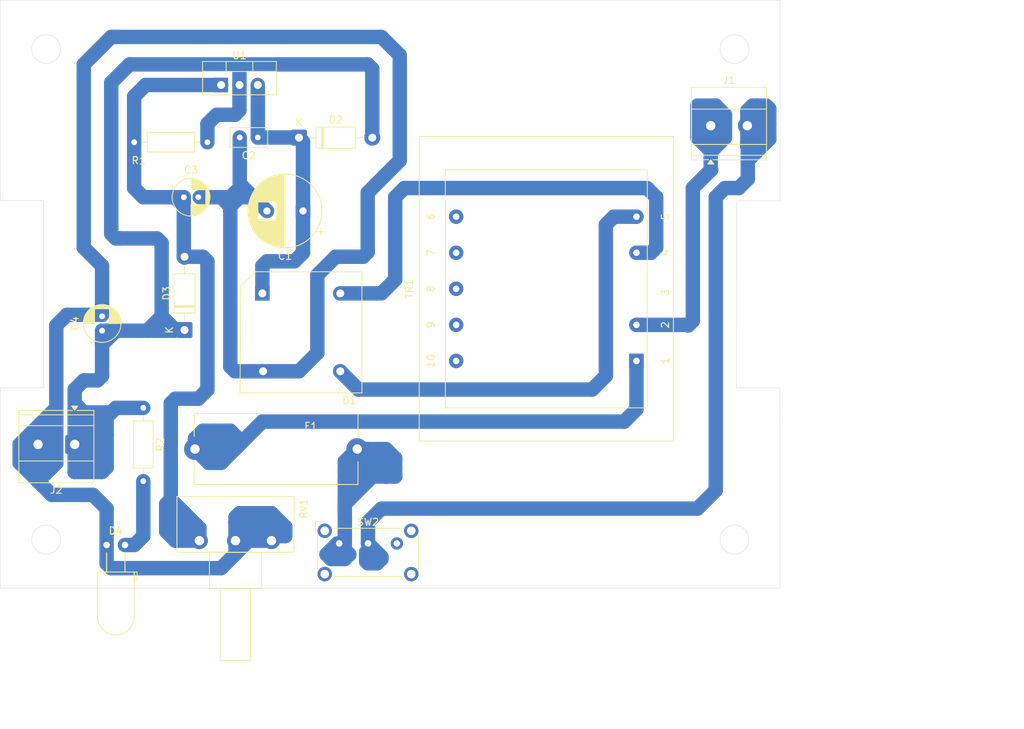
<source format=kicad_pcb>
(kicad_pcb (version 20241229) (generator "pcbnew") (generator_version "9.0")
  (layers (0 "F.Cu" signal) (2 "B.Cu" signal) (13 "F.Paste" user) (15 "B.Paste" user) (5 "F.SilkS" user "F.Silkscreen") (7 "B.SilkS" user "B.Silkscreen") (1 "F.Mask" user) (3 "B.Mask" user) (25 "Edge.Cuts" user))
  (net 0 "")
  (net 1 "GND")
  (net 2 "Net-(D1-+)")
  (net 3 "Net-(D3-A)")
  (net 4 "+VDC")
  (net 5 "Net-(D1-Pad4)")
  (net 6 "Net-(D1-Pad3)")
  (net 7 "Net-(D4-A)")
  (net 8 "Net-(F1-Pad2)")
  (net 9 "Net-(SW2-B)")
  (net 10 "Net-(J1-Pin_1)")
  (net 11 "Net-(J1-Pin_2)")
  (footprint "Fuse:Fuseholder_Cylinder-5x20mm_Schurter_0031_8201_Horizontal_Open" (layer "F.Cu") (at 149.68 120.65 180)
    (property "Reference" "F1" (at 6.44 3.17 0) (layer "F.SilkS"))
    (property "Value" "Fuse")
    (pad "" np_thru_hole circle (at 11.25 0 180) (size 2.7 2.7) (drill 2.7) (layers "*.Cu" "*.Mask"))
    (pad "1" thru_hole circle (at 0 0 180) (size 3 3) (drill 1.3) (layers "*.Cu" "*.Mask") (net 9 "Net-(SW2-B)"))
    (pad "2" thru_hole circle (at 22.5 0 180) (size 3 3) (drill 1.3) (layers "*.Cu" "*.Mask") (net 8 "Net-(F1-Pad2)"))
  )
  (footprint "Transformer_THT:Transformer_Breve_TEZ-35x42" (layer "F.Cu") (at 188.395 108.425 90)
    (property "Reference" "TR1" (at 10 -31.5 90) (layer "F.SilkS"))
    (property "Value" "35-40V 2A")
    (fp_text user "3" (at 9.5 4 90) (layer "F.SilkS"))
    (fp_text user "1" (at 0 4 90) (layer "F.SilkS"))
    (fp_text user "4" (at 15 4 90) (layer "F.SilkS"))
    (fp_text user "7" (at 15 -28.5 90) (layer "F.SilkS"))
    (fp_text user "9" (at 5 -28.5 90) (layer "F.SilkS"))
    (fp_text user "8" (at 10 -28.5 90) (layer "F.SilkS"))
    (fp_text user "5" (at 20 4 90) (layer "F.SilkS"))
    (fp_text user "10" (at 0 -28.5 90) (layer "F.SilkS"))
    (fp_text user "2" (at 5 4 90) (layer "F.SilkS"))
    (fp_text user "6" (at 20 -28.5 90) (layer "F.SilkS"))
    (pad "1" thru_hole rect (at 0 0 90) (size 2 2) (drill 0.9) (layers "*.Cu" "*.Mask") (net 8 "Net-(F1-Pad2)"))
    (pad "2" thru_hole circle (at 5 0 90) (size 2 2) (drill 0.9) (layers "*.Cu" "*.Mask") (net 10 "Net-(J1-Pin_1)"))
    (pad "4" thru_hole circle (at 15 0 90) (size 2 2) (drill 0.9) (layers "*.Cu" "*.Mask") (net 5 "Net-(D1-Pad4)"))
    (pad "5" thru_hole circle (at 20 0 90) (size 2 2) (drill 0.9) (layers "*.Cu" "*.Mask") (net 6 "Net-(D1-Pad3)"))
    (pad "6" thru_hole circle (at 20 -25 90) (size 2 2) (drill 0.9) (layers "*.Cu" "*.Mask"))
    (pad "7" thru_hole circle (at 15 -25 90) (size 2 2) (drill 0.9) (layers "*.Cu" "*.Mask"))
    (pad "8" thru_hole circle (at 10 -25 90) (size 2 2) (drill 0.9) (layers "*.Cu" "*.Mask"))
    (pad "9" thru_hole circle (at 5 -25 90) (size 2 2) (drill 0.9) (layers "*.Cu" "*.Mask"))
    (pad "10" thru_hole circle (at 0 -25 90) (size 2 2) (drill 0.9) (layers "*.Cu" "*.Mask"))
  )
  (footprint "Resistor_THT:R_Axial_DIN0207_L6.3mm_D2.5mm_P10.16mm_Horizontal" (layer "F.Cu") (at 128.905 78.105 180)
    (property "Reference" "R1" (at 9.525 -2.54 0) (layer "F.SilkS"))
    (property "Value" "220R")
    (pad "1" thru_hole circle (at 0 0 180) (size 1.6 1.6) (drill 0.8) (layers "*.Cu" "*.Mask") (net 4 "+VDC"))
    (pad "2" thru_hole circle (at 10.16 0 180) (size 1.6 1.6) (drill 0.8) (layers "*.Cu" "*.Mask") (net 3 "Net-(D3-A)"))
  )
  (footprint "Capacitor_THT:C_Disc_D5.0mm_W2.5mm_P2.50mm" (layer "F.Cu") (at 135.89 77.442112 180)
    (property "Reference" "C2" (at 1.25 -2.5 0) (layer "F.SilkS"))
    (property "Value" "100nF")
    (pad "1" thru_hole circle (at 0 0 180) (size 1.6 1.6) (drill 0.8) (layers "*.Cu" "*.Mask") (net 2 "Net-(D1-+)"))
    (pad "2" thru_hole circle (at 2.5 0 180) (size 1.6 1.6) (drill 0.8) (layers "*.Cu" "*.Mask") (net 1 "GND"))
  )
  (footprint "Capacitor_THT:CP_Radial_D5.0mm_P2.00mm" (layer "F.Cu") (at 125.635 85.725)
    (property "Reference" "C3" (at 1 -3.75 0) (layer "F.SilkS"))
    (property "Value" "10uF")
    (pad "1" thru_hole roundrect (at 0 0) (size 1.6 1.6) (drill 0.8) (layers "*.Cu" "*.Mask") (roundrect_rratio 0.15625) (net 3 "Net-(D3-A)"))
    (pad "2" thru_hole circle (at 2 0) (size 1.6 1.6) (drill 0.8) (layers "*.Cu" "*.Mask") (net 1 "GND"))
  )
  (footprint "Capacitor_THT:CP_Radial_D5.0mm_P2.00mm" (layer "F.Cu") (at 114.3 104.235 90)
    (property "Reference" "C4" (at 1 -3.75 90) (layer "F.SilkS"))
    (property "Value" "10uF 50V")
    (pad "1" thru_hole roundrect (at 0 0 90) (size 1.6 1.6) (drill 0.8) (layers "*.Cu" "*.Mask") (roundrect_rratio 0.15625) (net 4 "+VDC"))
    (pad "2" thru_hole circle (at 2 0 90) (size 1.6 1.6) (drill 0.8) (layers "*.Cu" "*.Mask") (net 1 "GND"))
  )
  (footprint "TerminalBlock_Phoenix:TerminalBlock_Phoenix_MKDS-1,5-2-5.08_1x02_P5.08mm_Horizontal" (layer "F.Cu") (at 110.5 120 180)
    (property "Reference" "J2" (at 2.54 -6.32 0) (layer "F.SilkS"))
    (property "Value" "1,5-30V 1,5A")
    (pad "1" thru_hole roundrect (at 0 0 180) (size 2.6 2.6) (drill 1.3) (layers "*.Cu" "*.Mask") (roundrect_rratio 0.096154) (net 4 "+VDC"))
    (pad "2" thru_hole circle (at 5.08 0 180) (size 2.6 2.6) (drill 1.3) (layers "*.Cu" "*.Mask") (net 1 "GND"))
  )
  (footprint "Diode_THT:Diode_Bridge_16.7x16.7x6.3mm_P10.8mm" (layer "F.Cu") (at 136.525 99.06)
    (property "Reference" "D1" (at 12.05 14.85 180) (layer "F.SilkS"))
    (property "Value" "MDB6S")
    (pad "1" thru_hole rect (at 0 0 180) (size 2 2) (drill 1.1) (layers "*.Cu" "*.Mask") (net 2 "Net-(D1-+)"))
    (pad "2" thru_hole circle (at 0.1 10.8 180) (size 2 2) (drill 1.1) (layers "*.Cu" "*.Mask") (net 1 "GND"))
    (pad "3" thru_hole circle (at 10.8 10.8 180) (size 2 2) (drill 1.1) (layers "*.Cu" "*.Mask") (net 6 "Net-(D1-Pad3)"))
    (pad "4" thru_hole circle (at 10.8 0 180) (size 2 2) (drill 1.1) (layers "*.Cu" "*.Mask") (net 5 "Net-(D1-Pad4)"))
  )
  (footprint "Diode_THT:D_DO-41_SOD81_P10.16mm_Horizontal" (layer "F.Cu") (at 125.73 104.14 90)
    (property "Reference" "D3" (at 5.08 -2.47 90) (layer "F.SilkS"))
    (property "Value" "1N4002")
    (fp_text user "K" (at 0 -2.1 90) (layer "F.SilkS"))
    (pad "1" thru_hole roundrect (at 0 0 90) (size 2.2 2.2) (drill 1.1) (layers "*.Cu" "*.Mask") (roundrect_rratio 0.113636) (net 4 "+VDC"))
    (pad "2" thru_hole circle (at 10.16 0 90) (size 2.2 2.2) (drill 1.1) (layers "*.Cu" "*.Mask") (net 3 "Net-(D3-A)"))
  )
  (footprint "Button_Switch_THT:SW_E-Switch_EG1224_SPDT_Angled" (layer "F.Cu") (at 147.1725 133.7325)
    (property "Reference" "SW2" (at 4 -2.95 0) (layer "F.SilkS"))
    (property "Value" "SW_SPST")
    (pad "" thru_hole circle (at -2 -1.75) (size 2 2) (drill 1.2) (layers "*.Cu" "*.Mask"))
    (pad "" thru_hole circle (at -2 4.25) (size 2 2) (drill 1.2) (layers "*.Cu" "*.Mask"))
    (pad "" thru_hole circle (at 10 -1.75) (size 2 2) (drill 1.2) (layers "*.Cu" "*.Mask"))
    (pad "" thru_hole circle (at 10 4.25) (size 2 2) (drill 1.2) (layers "*.Cu" "*.Mask"))
    (pad "1" thru_hole circle (at 0 0) (size 1.7 1.7) (drill 0.9) (layers "*.Cu" "*.Mask") (net 9 "Net-(SW2-B)"))
    (pad "2" thru_hole circle (at 4 0) (size 1.7 1.7) (drill 0.9) (layers "*.Cu" "*.Mask") (net 11 "Net-(J1-Pin_2)"))
    (pad "3" thru_hole circle (at 8 0) (size 1.7 1.7) (drill 0.9) (layers "*.Cu" "*.Mask"))
  )
  (footprint "Package_TO_SOT_THT:TO-220-3_Vertical" (layer "F.Cu") (at 130.81 70.165)
    (property "Reference" "U1" (at 2.54 -4.1 0) (layer "F.SilkS"))
    (property "Value" "LM317_TO-220")
    (pad "1" thru_hole rect (at 0 0) (size 1.905 2) (drill 1.1) (layers "*.Cu" "*.Mask") (net 3 "Net-(D3-A)"))
    (pad "2" thru_hole oval (at 2.54 0) (size 1.905 2) (drill 1.1) (layers "*.Cu" "*.Mask") (net 4 "+VDC"))
    (pad "3" thru_hole oval (at 5.08 0) (size 1.905 2) (drill 1.1) (layers "*.Cu" "*.Mask") (net 2 "Net-(D1-+)"))
  )
  (footprint "Resistor_THT:R_Axial_DIN0207_L6.3mm_D2.5mm_P10.16mm_Horizontal" (layer "F.Cu") (at 120.015 114.935 -90)
    (property "Reference" "R2" (at 5.08 -2.37 90) (layer "F.SilkS"))
    (property "Value" "1K")
    (pad "1" thru_hole circle (at 0 0 270) (size 1.6 1.6) (drill 0.8) (layers "*.Cu" "*.Mask") (net 4 "+VDC"))
    (pad "2" thru_hole circle (at 10.16 0 270) (size 1.6 1.6) (drill 0.8) (layers "*.Cu" "*.Mask") (net 7 "Net-(D4-A)"))
  )
  (footprint "Diode_THT:D_DO-41_SOD81_P10.16mm_Horizontal" (layer "F.Cu") (at 141.605 77.47)
    (property "Reference" "D2" (at 5.08 -2.47 0) (layer "F.SilkS"))
    (property "Value" "1N4002")
    (fp_text user "K" (at 0 -2.1 0) (layer "F.SilkS"))
    (pad "1" thru_hole roundrect (at 0 0) (size 2.2 2.2) (drill 1.1) (layers "*.Cu" "*.Mask") (roundrect_rratio 0.113636) (net 2 "Net-(D1-+)"))
    (pad "2" thru_hole circle (at 10.16 0) (size 2.2 2.2) (drill 1.1) (layers "*.Cu" "*.Mask") (net 4 "+VDC"))
  )
  (footprint "Capacitor_THT:CP_Radial_D10.0mm_P5.00mm" (layer "F.Cu") (at 142.16 87.63 180)
    (property "Reference" "C1" (at 2.5 -6.25 0) (layer "F.SilkS"))
    (property "Value" "2200uF 63V")
    (pad "1" thru_hole roundrect (at 0 0 180) (size 2 2) (drill 1) (layers "*.Cu" "*.Mask") (roundrect_rratio 0.125) (net 2 "Net-(D1-+)"))
    (pad "2" thru_hole circle (at 5 0 180) (size 2 2) (drill 1) (layers "*.Cu" "*.Mask") (net 1 "GND"))
  )
  (footprint "Potentiometer_THT:Potentiometer_Piher_T-16H_Single_Horizontal" (layer "F.Cu") (at 127.795 133.35 -90)
    (property "Reference" "RV1" (at -4.445 -14.445 90) (layer "F.SilkS"))
    (property "Value" "5K")
    (pad "1" thru_hole circle (at 0 0 270) (size 2.34 2.34) (drill 1.3) (layers "*.Cu" "*.Mask") (net 3 "Net-(D3-A)"))
    (pad "2" thru_hole circle (at 0 -5 270) (size 2.34 2.34) (drill 1.3) (layers "*.Cu" "*.Mask") (net 1 "GND"))
    (pad "3" thru_hole circle (at 0 -10 270) (size 2.34 2.34) (drill 1.3) (layers "*.Cu" "*.Mask") (net 1 "GND"))
  )
  (footprint "LED_THT:LED_D5.0mm_Horizontal_O3.81mm_Z9.0mm" (layer "F.Cu") (at 114.93 133.945)
    (property "Reference" "D4" (at 1.27 -1.96 0) (layer "F.SilkS"))
    (property "Value" "LED")
    (pad "1" thru_hole rect (at 0 0) (size 1.8 1.8) (drill 0.9) (layers "*.Cu" "*.Mask") (net 1 "GND"))
    (pad "2" thru_hole circle (at 2.54 0) (size 1.8 1.8) (drill 0.9) (layers "*.Cu" "*.Mask") (net 7 "Net-(D4-A)"))
  )
  (footprint "TerminalBlock_Phoenix:TerminalBlock_Phoenix_MKDS-1,5-2-5.08_1x02_P5.08mm_Horizontal" (layer "F.Cu") (at 198.69 75.81)
    (property "Reference" "J1" (at 2.54 -6.32 0) (layer "F.SilkS"))
    (property "Value" "220V")
    (pad "1" thru_hole roundrect (at 0 0) (size 2.6 2.6) (drill 1.3) (layers "*.Cu" "*.Mask") (roundrect_rratio 0.096154) (net 10 "Net-(J1-Pin_1)"))
    (pad "2" thru_hole circle (at 5.08 0) (size 2.6 2.6) (drill 1.3) (layers "*.Cu" "*.Mask") (net 11 "Net-(J1-Pin_2)"))
  )
  (gr_circle (center 106.55 65.18) (end 108.55 65.18) (stroke (width 0.05)) (fill no) (layer "Edge.Cuts"))
  (gr_line (start 202.3 86.23) (end 202.28 112.16) (stroke (width 0.05)) (layer "Edge.Cuts"))
  (gr_line (start 208.305 86.23) (end 202.3 86.23) (stroke (width 0.05)) (layer "Edge.Cuts"))
  (gr_circle (center 106.55 133.2) (end 108.55 133.2) (stroke (width 0.05)) (fill no) (layer "Edge.Cuts"))
  (gr_line (start 100.195 58.43) (end 100.195 86.22) (stroke (width 0.05)) (layer "Edge.Cuts"))
  (gr_line (start 106.2 86.22) (end 106.22 112.16) (stroke (width 0.05)) (layer "Edge.Cuts"))
  (gr_line (start 100.195 58.43) (end 208.305 58.43) (stroke (width 0.05)) (layer "Edge.Cuts"))
  (gr_line (start 202.28 112.16) (end 208.28 112.16) (stroke (width 0.05)) (layer "Edge.Cuts"))
  (gr_line (start 208.28 112.16) (end 208.305 139.93) (stroke (width 0.05)) (layer "Edge.Cuts"))
  (gr_line (start 208.305 139.93) (end 100.195 139.93) (stroke (width 0.05)) (layer "Edge.Cuts"))
  (gr_line (start 208.305 86.23) (end 208.305 58.43) (stroke (width 0.05)) (layer "Edge.Cuts"))
  (gr_line (start 100.195 86.22) (end 106.2 86.22) (stroke (width 0.05)) (layer "Edge.Cuts"))
  (gr_line (start 106.22 112.16) (end 100.195 112.16) (stroke (width 0.05)) (layer "Edge.Cuts"))
  (gr_line (start 100.195 139.93) (end 100.195 112.16) (stroke (width 0.05)) (layer "Edge.Cuts"))
  (gr_circle (center 201.99 133.2) (end 203.99 133.2) (stroke (width 0.05)) (fill no) (layer "Edge.Cuts"))
  (gr_circle (center 201.99 65.18) (end 203.99 65.18) (stroke (width 0.05)) (fill no) (layer "Edge.Cuts"))
  (segment (start 107.315 127) (end 113.03 127) (width 2) (layer "B.Cu") (net 1))
  (segment (start 114.93 133.945) (end 114.93 136.52) (width 2) (layer "B.Cu") (net 1))
  (segment (start 105.42 118.1) (end 104.785 118.1) (width 2) (layer "B.Cu") (net 1))
  (segment (start 105.7275 117.7925) (end 106.3625 117.7925) (width 2) (layer "B.Cu") (net 1))
  (segment (start 114.93 128.9) (end 114.93 133.945) (width 2) (layer "B.Cu") (net 1))
  (segment (start 151.13 85.09) (end 155.575 80.645) (width 2) (layer "B.Cu") (net 1))
  (segment (start 133.39 84.415) (end 132.08 85.725) (width 2) (layer "B.Cu") (net 1))
  (segment (start 106.055 121.285) (end 106.055 120.005) (width 2) (layer "B.Cu") (net 1))
  (segment (start 134.62 133.35) (end 137.795 133.35) (width 2) (layer "B.Cu") (net 1))
  (segment (start 133.7075 131.7225) (end 135.89 129.54) (width 2) (layer "B.Cu") (net 1))
  (segment (start 133.7075 131.7225) (end 132.795 130.81) (width 2) (layer "B.Cu") (net 1))
  (segment (start 130.81 85.725) (end 127.836 85.725) (width 2) (layer "B.Cu") (net 1))
  (segment (start 137.795 129.54) (end 139.7 131.445) (width 2) (layer "B.Cu") (net 1))
  (segment (start 132.08 86.995) (end 133.35 85.725) (width 2) (layer "B.Cu") (net 1))
  (segment (start 135.89 129.54) (end 137.795 129.54) (width 2) (layer "B.Cu") (net 1))
  (segment (start 102.87 122.555) (end 105.42 125.105) (width 2) (layer "B.Cu") (net 1))
  (segment (start 106.055 120.005) (end 107.315 118.745) (width 2) (layer "B.Cu") (net 1))
  (segment (start 139.7 131.445) (end 139.7 132.715) (width 2) (layer "B.Cu") (net 1))
  (segment (start 104.14 121.92) (end 104.14 121.28) (width 2) (layer "B.Cu") (net 1))
  (segment (start 132.795 130.095) (end 133.35 129.54) (width 2) (layer "B.Cu") (net 1))
  (segment (start 134.62 85.725) (end 134.9375 85.4075) (width 2) (layer "B.Cu") (net 1))
  (segment (start 107.95 122.575) (end 107.0075 123.5175) (width 2) (layer "B.Cu") (net 1))
  (segment (start 136.525 131.445) (end 137.16 131.445) (width 2) (layer "B.Cu") (net 1))
  (segment (start 132.795 133.35) (end 134.62 133.35) (width 2) (layer "B.Cu") (net 1))
  (segment (start 141.6 109.86) (end 144.145 107.315) (width 2) (layer "B.Cu") (net 1))
  (segment (start 115.57 137.16) (end 130.81 137.16) (width 2) (layer "B.Cu") (net 1))
  (segment (start 133.35 85.725) (end 134.62 85.725) (width 2) (layer "B.Cu") (net 1))
  (segment (start 103.505 121.92) (end 102.87 122.555) (width 2) (layer "B.Cu") (net 1))
  (segment (start 132.08 85.725) (end 133.35 85.725) (width 2) (layer "B.Cu") (net 1))
  (segment (start 133.39 83.86) (end 134.9375 85.4075) (width 2) (layer "B.Cu") (net 1))
  (segment (start 151.13 93.345) (end 151.13 85.09) (width 2) (layer "B.Cu") (net 1))
  (segment (start 134.62 132.635) (end 133.7075 131.7225) (width 2) (layer "B.Cu") (net 1))
  (segment (start 104.785 118.1) (end 102.87 120.015) (width 2) (layer "B.Cu") (net 1))
  (segment (start 132.795 130.81) (end 132.795 130.095) (width 2) (layer "B.Cu") (net 1))
  (segment (start 132.795 133.35) (end 132.795 130.81) (width 2) (layer "B.Cu") (net 1))
  (segment (start 136.2475 131.7225) (end 136.2475 131.8025) (width 2) (layer "B.Cu") (net 1))
  (segment (start 132.795 135.175) (end 134.62 133.35) (width 2) (layer "B.Cu") (net 1))
  (segment (start 107.95 121.285) (end 107.95 122.575) (width 2) (layer "B.Cu") (net 1))
  (segment (start 133.39 77.442112) (end 133.39 83.86) (width 2) (layer "B.Cu") (net 1))
  (segment (start 105.42 121.92) (end 105.42 125.105) (width 2) (layer "B.Cu") (net 1))
  (segment (start 107.95 119.38) (end 107.95 121.285) (width 2) (layer "B.Cu") (net 1))
  (segment (start 107.95 121.285) (end 106.055 121.285) (width 2) (layer "B.Cu") (net 1))
  (segment (start 155.575 66.04) (end 153.035 63.5) (width 2) (layer "B.Cu") (net 1))
  (segment (start 105.42 121.92) (end 104.14 121.92) (width 2) (layer "B.Cu") (net 1))
  (segment (start 138.43 132.715) (end 137.795 133.35) (width 2) (layer "B.Cu") (net 1))
  (segment (start 130.81 85.725) (end 132.08 86.995) (width 2) (layer "B.Cu") (net 1))
  (segment (start 150.495 93.98) (end 151.13 93.345) (width 2) (layer "B.Cu") (net 1))
  (segment (start 136.625 109.86) (end 141.6 109.86) (width 2) (layer "B.Cu") (net 1))
  (segment (start 133.39 83.86) (end 133.39 84.415) (width 2) (layer "B.Cu") (net 1))
  (segment (start 113.03 127) (end 114.93 128.9) (width 2) (layer "B.Cu") (net 1))
  (segment (start 133.7075 131.7225) (end 136.2475 131.7225) (width 2) (layer "B.Cu") (net 1))
  (segment (start 132.08 109.22) (end 132.08 87.63) (width 2) (layer "B.Cu") (net 1))
  (segment (start 133.35 129.54) (end 135.89 129.54) (width 2) (layer "B.Cu") (net 1))
  (segment (start 115.57 63.5) (end 111.76 67.31) (width 2) (layer "B.Cu") (net 1))
  (segment (start 146.685 93.98) (end 150.495 93.98) (width 2) (layer "B.Cu") (net 1))
  (segment (start 107.95 115.57) (end 105.42 118.1) (width 2) (layer "B.Cu") (net 1))
  (segment (start 134.9375 85.4075) (end 137.16 87.63) (width 2) (layer "B.Cu") (net 1))
  (segment (start 132.08 87.63) (end 132.08 85.725) (width 2) (layer "B.Cu") (net 1))
  (segment (start 106.055 121.285) (end 105.42 121.92) (width 2) (layer "B.Cu") (net 1))
  (segment (start 144.145 107.315) (end 144.145 96.52) (width 2) (layer "B.Cu") (net 1))
  (segment (start 139.7 132.715) (end 138.43 132.715) (width 2) (layer "B.Cu") (net 1))
  (segment (start 130.81 137.16) (end 132.795 135.175) (width 2) (layer "B.Cu") (net 1))
  (segment (start 114.3 102.034) (end 109.421 102.034) (width 2) (layer "B.Cu") (net 1))
  (segment (start 114.93 136.52) (end 115.57 137.16) (width 2) (layer "B.Cu") (net 1))
  (segment (start 134.62 133.35) (end 134.62 132.635) (width 2) (layer "B.Cu") (net 1))
  (segment (start 114.3 95.25) (end 114.3 102.034) (width 2) (layer "B.Cu") (net 1))
  (segment (start 136.625 109.86) (end 132.72 109.86) (width 2) (layer "B.Cu") (net 1))
  (segment (start 102.87 120.015) (end 107.95 114.935) (width 2) (layer "B.Cu") (net 1))
  (segment (start 132.08 87.63) (end 132.08 86.995) (width 2) (layer "B.Cu") (net 1))
  (segment (start 107.95 114.935) (end 107.95 115.57) (width 2) (layer "B.Cu") (net 1))
  (segment (start 102.87 120.015) (end 102.87 122.555) (width 2) (layer "B.Cu") (net 1))
  (segment (start 104.14 121.92) (end 103.505 121.92) (width 2) (layer "B.Cu") (net 1))
  (segment (start 109.421 102.034) (end 107.95 103.505) (width 2) (layer "B.Cu") (net 1))
  (segment (start 132.795 135.175) (end 132.795 133.35) (width 2) (layer "B.Cu") (net 1))
  (segment (start 111.76 67.31) (end 111.76 92.71) (width 2) (layer "B.Cu") (net 1))
  (segment (start 155.575 80.645) (end 155.575 66.04) (width 2) (layer "B.Cu") (net 1))
  (segment (start 153.035 63.5) (end 115.57 63.5) (width 2) (layer "B.Cu") (net 1))
  (segment (start 132.08 85.725) (end 130.81 85.725) (width 2) (layer "B.Cu") (net 1))
  (segment (start 137.16 131.445) (end 138.43 132.715) (width 2) (layer "B.Cu") (net 1))
  (segment (start 107.95 122.575) (end 107.0175 123.5075) (width 2) (layer "B.Cu") (net 1))
  (segment (start 136.525 131.445) (end 136.2475 131.7225) (width 2) (layer "B.Cu") (net 1))
  (segment (start 132.72 109.86) (end 132.08 109.22) (width 2) (layer "B.Cu") (net 1))
  (segment (start 105.42 118.1) (end 105.42 120) (width 2) (layer "B.Cu") (net 1))
  (segment (start 105.42 120) (end 105.42 121.92) (width 2) (layer "B.Cu") (net 1))
  (segment (start 107.0075 123.5175) (end 105.42 125.105) (width 2) (layer "B.Cu") (net 1))
  (segment (start 107.0175 123.5075) (end 107.0075 123.5075) (width 2) (layer "B.Cu") (net 1))
  (segment (start 107.95 103.505) (end 107.95 114.935) (width 2) (layer "B.Cu") (net 1))
  (segment (start 111.76 92.71) (end 114.3 95.25) (width 2) (layer "B.Cu") (net 1))
  (segment (start 105.42 118.1) (end 105.7275 117.7925) (width 2) (layer "B.Cu") (net 1))
  (segment (start 105.42 125.105) (end 105.42 120) (width 2) (layer "B.Cu") (net 1))
  (segment (start 107.95 115.57) (end 107.95 119.38) (width 2) (layer "B.Cu") (net 1))
  (segment (start 105.42 125.105) (end 107.315 127) (width 2) (layer "B.Cu") (net 1))
  (segment (start 107.315 118.745) (end 107.95 119.38) (width 2) (layer "B.Cu") (net 1))
  (segment (start 107.0075 123.5075) (end 105.42 121.92) (width 2) (layer "B.Cu") (net 1))
  (segment (start 106.3625 117.7925) (end 107.315 118.745) (width 2) (layer "B.Cu") (net 1))
  (segment (start 136.2475 131.8025) (end 137.795 133.35) (width 2) (layer "B.Cu") (net 1))
  (segment (start 104.14 121.28) (end 105.42 120) (width 2) (layer "B.Cu") (net 1))
  (segment (start 144.145 96.52) (end 146.685 93.98) (width 2) (layer "B.Cu") (net 1))
  (segment (start 142.16 87.63) (end 142.16 78.025) (width 2) (layer "B.Cu") (net 2))
  (segment (start 142.16 78.025) (end 141.605 77.47) (width 2) (layer "B.Cu") (net 2))
  (segment (start 140.97 94.615) (end 137.16 94.615) (width 2) (layer "B.Cu") (net 2))
  (segment (start 142.16 87.63) (end 142.16 93.425) (width 2) (layer "B.Cu") (net 2))
  (segment (start 136.525 95.25) (end 136.525 99.06) (width 2) (layer "B.Cu") (net 2))
  (segment (start 135.89 77.442112) (end 135.89 70.165) (width 2) (layer "B.Cu") (net 2))
  (segment (start 142.16 93.425) (end 140.97 94.615) (width 2) (layer "B.Cu") (net 2))
  (segment (start 135.89 77.442112) (end 141.577112 77.442112) (width 2) (layer "B.Cu") (net 2))
  (segment (start 137.16 94.615) (end 136.525 95.25) (width 2) (layer "B.Cu") (net 2))
  (segment (start 141.577112 77.442112) (end 141.605 77.47) (width 2) (layer "B.Cu") (net 2))
  (segment (start 123.825 85.725) (end 124.364 85.725) (width 2) (layer "B.Cu") (net 3))
  (segment (start 123.19 131.445) (end 123.19 128.27) (width 2) (layer "B.Cu") (net 3))
  (segment (start 123.19 128.27) (end 123.825 127.635) (width 2) (layer "B.Cu") (net 3))
  (segment (start 125.73 129.54) (end 127.3175 131.1275) (width 2) (layer "B.Cu") (net 3))
  (segment (start 127.3175 131.1275) (end 127.795 131.605) (width 2) (layer "B.Cu") (net 3))
  (segment (start 124.46 133.35) (end 123.19 132.08) (width 2) (layer "B.Cu") (net 3))
  (segment (start 127 131.445) (end 127.3175 131.1275) (width 2) (layer "B.Cu") (net 3))
  (segment (start 118.745 78.105) (end 118.745 84.455) (width 2) (layer "B.Cu") (net 3))
  (segment (start 127.795 131.605) (end 127.795 133.35) (width 2) (layer "B.Cu") (net 3))
  (segment (start 123.825 85.725) (end 125.635 85.725) (width 2) (layer "B.Cu") (net 3))
  (segment (start 120.335 70.165) (end 130.81 70.165) (width 2) (layer "B.Cu") (net 3))
  (segment (start 124.364 85.725) (end 125.634 86.995) (width 2) (layer "B.Cu") (net 3))
  (segment (start 124.46 113.665) (end 123.825 114.3) (width 2) (layer "B.Cu") (net 3))
  (segment (start 125.634 86.995) (end 125.634 85.725) (width 2) (layer "B.Cu") (net 3))
  (segment (start 127.795 133.35) (end 124.46 133.35) (width 2) (layer "B.Cu") (net 3))
  (segment (start 128.905 94.615) (end 128.905 112.395) (width 2) (layer "B.Cu") (net 3))
  (segment (start 128.27 93.98) (end 128.905 94.615) (width 2) (layer "B.Cu") (net 3))
  (segment (start 123.825 114.3) (end 123.825 127.635) (width 2) (layer "B.Cu") (net 3))
  (segment (start 125.73 93.98) (end 125.634 93.884) (width 2) (layer "B.Cu") (net 3))
  (segment (start 128.905 112.395) (end 127.635 113.665) (width 2) (layer "B.Cu") (net 3))
  (segment (start 123.19 131.445) (end 127 131.445) (width 2) (layer "B.Cu") (net 3))
  (segment (start 123.19 132.08) (end 123.19 131.445) (width 2) (layer "B.Cu") (net 3))
  (segment (start 125.634 93.884) (end 125.634 86.995) (width 2) (layer "B.Cu") (net 3))
  (segment (start 118.745 84.455) (end 120.015 85.725) (width 2) (layer "B.Cu") (net 3))
  (segment (start 118.745 78.105) (end 118.745 71.755) (width 2) (layer "B.Cu") (net 3))
  (segment (start 118.745 71.755) (end 120.335 70.165) (width 2) (layer "B.Cu") (net 3))
  (segment (start 127.635 113.665) (end 124.46 113.665) (width 2) (layer "B.Cu") (net 3))
  (segment (start 123.825 127.635) (end 125.73 129.54) (width 2) (layer "B.Cu") (net 3))
  (segment (start 125.73 93.98) (end 128.27 93.98) (width 2) (layer "B.Cu") (net 3))
  (segment (start 123.19 131.445) (end 125.095 129.54) (width 2) (layer "B.Cu") (net 3))
  (segment (start 125.095 129.54) (end 125.73 129.54) (width 2) (layer "B.Cu") (net 3))
  (segment (start 120.015 85.725) (end 123.825 85.725) (width 2) (layer "B.Cu") (net 3))
  (segment (start 110.5 112.385) (end 111.76 111.125) (width 2) (layer "B.Cu") (net 4))
  (segment (start 123.19 104.14) (end 125.73 104.14) (width 2) (layer "B.Cu") (net 4))
  (segment (start 112.395 117.475) (end 112.395 121.285) (width 2) (layer "B.Cu") (net 4))
  (segment (start 133.35 70.165) (end 133.35 67.945) (width 2) (layer "B.Cu") (net 4))
  (segment (start 114.935 123.19) (end 114.3 123.825) (width 2) (layer "B.Cu") (net 4))
  (segment (start 113.665 117.475) (end 113.04 117.475) (width 2) (layer "B.Cu") (net 4))
  (segment (start 122.555 102.235) (end 124.46 104.14) (width 2) (layer "B.Cu") (net 4))
  (segment (start 113.665 119.38) (end 113.03 120.015) (width 2) (layer "B.Cu") (net 4))
  (segment (start 111.76 115.57) (end 110.5 114.31) (width 2) (layer "B.Cu") (net 4))
  (segment (start 120.65 104.236) (end 116.205 104.236) (width 2) (layer "B.Cu") (net 4))
  (segment (start 114.3 106.045) (end 114.3 104.235) (width 2) (layer "B.Cu") (net 4))
  (segment (start 114.3 106.045) (end 114.396 106.045) (width 2) (layer "B.Cu") (net 4))
  (segment (start 110.49 123.825) (end 110.5 123.815) (width 2) (layer "B.Cu") (net 4))
  (segment (start 114.396 106.045) (end 116.205 104.236) (width 2) (layer "B.Cu") (net 4))
  (segment (start 113.665 117.475) (end 114.3 118.11) (width 2) (layer "B.Cu") (net 4))
  (segment (start 113.03 120.015) (end 113.03 121.92) (width 2) (layer "B.Cu") (net 4))
  (segment (start 133.35 67.945) (end 133.985 67.31) (width 2) (layer "B.Cu") (net 4))
  (segment (start 113.03 122.555) (end 110.5 122.555) (width 2) (layer "B.Cu") (net 4))
  (segment (start 110.5 122.555) (end 110.5 120) (width 2) (layer "B.Cu") (net 4))
  (segment (start 115.57 115.57) (end 111.76 115.57) (width 2) (layer "B.Cu") (net 4))
  (segment (start 112.395 121.285) (end 113.03 121.92) (width 2) (layer "B.Cu") (net 4))
  (segment (start 110.5 114.935) (end 110.5 117.475) (width 2) (layer "B.Cu") (net 4))
  (segment (start 110.5 117.475) (end 110.5 120) (width 2) (layer "B.Cu") (net 4))
  (segment (start 115.57 115.57) (end 116.205 114.935) (width 2) (layer "B.Cu") (net 4))
  (segment (start 113.04 117.475) (end 110.5 114.935) (width 2) (layer "B.Cu") (net 4))
  (segment (start 116.205 104.236) (end 114.3 104.236) (width 2) (layer "B.Cu") (net 4))
  (segment (start 114.935 116.205) (end 115.57 115.57) (width 2) (layer "B.Cu") (net 4))
  (segment (start 151.13 67.31) (end 151.765 67.945) (width 2) (layer "B.Cu") (net 4))
  (segment (start 113.665 123.19) (end 113.03 122.555) (width 2) (layer "B.Cu") (net 4))
  (segment (start 130.175 74.295) (end 132.715 74.295) (width 2) (layer "B.Cu") (net 4))
  (segment (start 132.715 74.295) (end 133.35 73.66) (width 2) (layer "B.Cu") (net 4))
  (segment (start 115.57 90.805) (end 115.57 90.17) (width 2) (layer "B.Cu") (net 4))
  (segment (start 114.3 123.825) (end 110.49 123.825) (width 2) (layer "B.Cu") (net 4))
  (segment (start 114.3 110.49) (end 114.3 106.045) (width 2) (layer "B.Cu") (net 4))
  (segment (start 133.985 67.31) (end 151.13 67.31) (width 2) (layer "B.Cu") (net 4))
  (segment (start 110.5 123.815) (end 110.5 122.555) (width 2) (layer "B.Cu") (net 4))
  (segment (start 113.665 111.125) (end 114.3 110.49) (width 2) (layer "B.Cu") (net 4))
  (segment (start 110.5 117.475) (end 112.395 117.475) (width 2) (layer "B.Cu") (net 4))
  (segment (start 122.555 103.505) (end 123.19 104.14) (width 2) (layer "B.Cu") (net 4))
  (segment (start 133.35 73.66) (end 133.35 70.165) (width 2) (layer "B.Cu") (net 4))
  (segment (start 114.3 118.11) (end 111.76 115.57) (width 2) (layer "B.Cu") (net 4))
  (segment (start 121.92 91.44) (end 116.84 91.44) (width 2) (layer "B.Cu") (net 4))
  (segment (start 116.84 91.44) (end 116.205 91.44) (width 2) (layer "B.Cu") (net 4))
  (segment (start 120.65 104.236) (end 120.65 104.14) (width 2) (layer "B.Cu") (net 4))
  (segment (start 114.935 123.19) (end 114.3 123.19) (width 2) (layer "B.Cu") (net 4))
  (segment (start 118.11 67.31) (end 133.985 67.31) (width 2) (layer "B.Cu") (net 4))
  (segment (start 124.46 104.14) (end 124.364 104.236) (width 2) (layer "B.Cu") (net 4))
  (segment (start 114.935 118.745) (end 114.935 116.205) (width 2) (layer "B.Cu") (net 4))
  (segment (start 112.395 117.475) (end 113.665 117.475) (width 2) (layer "B.Cu") (net 4))
  (segment (start 114.935 118.745) (end 114.935 123.19) (width 2) (layer "B.Cu") (net 4))
  (segment (start 113.03 121.92) (end 114.3 123.19) (width 2) (layer "B.Cu") (net 4))
  (segment (start 116.205 91.44) (end 115.57 90.805) (width 2) (layer "B.Cu") (net 4))
  (segment (start 122.555 102.235) (end 122.555 103.505) (width 2) (layer "B.Cu") (net 4))
  (segment (start 151.765 67.945) (end 151.765 77.47) (width 2) (layer "B.Cu") (net 4))
  (segment (start 122.555 92.075) (end 122.555 102.235) (width 2) (layer "B.Cu") (net 4))
  (segment (start 113.665 117.475) (end 113.665 119.38) (width 2) (layer "B.Cu") (net 4))
  (segment (start 115.57 90.17) (end 115.57 69.85) (width 2) (layer "B.Cu") (net 4))
  (segment (start 114.3 123.19) (end 113.665 123.19) (width 2) (layer "B.Cu") (net 4))
  (segment (start 128.905 75.565) (end 130.175 74.295) (width 2) (layer "B.Cu") (net 4))
  (segment (start 128.905 78.105) (end 128.905 75.565) (width 2) (layer "B.Cu") (net 4))
  (segment (start 111.76 111.125) (end 113.665 111.125) (width 2) (layer "B.Cu") (net 4))
  (segment (start 115.57 69.85) (end 118.11 67.31) (width 2) (layer "B.Cu") (net 4))
  (segment (start 114.3 118.11) (end 114.935 118.745) (width 2) (layer "B.Cu") (net 4))
  (segment (start 121.92 91.44) (end 122.555 92.075) (width 2) (layer "B.Cu") (net 4))
  (segment (start 110.5 114.31) (end 110.5 112.385) (width 2) (layer "B.Cu") (net 4))
  (segment (start 120.65 104.14) (end 122.555 102.235) (width 2) (layer "B.Cu") (net 4))
  (segment (start 125.73 104.14) (end 124.46 104.14) (width 2) (layer "B.Cu") (net 4))
  (segment (start 124.364 104.236) (end 120.65 104.236) (width 2) (layer "B.Cu") (net 4))
  (segment (start 116.205 114.935) (end 120.015 114.935) (width 2) (layer "B.Cu") (net 4))
  (segment (start 189.865 84.455) (end 156.21 84.455) (width 2) (layer "B.Cu") (net 5))
  (segment (start 191.135 85.725) (end 189.865 84.455) (width 2) (layer "B.Cu") (net 5))
  (segment (start 154.94 85.725) (end 154.94 97.155) (width 2) (layer "B.Cu") (net 5))
  (segment (start 156.21 84.455) (end 154.94 85.725) (width 2) (layer "B.Cu") (net 5))
  (segment (start 153.035 99.06) (end 147.325 99.06) (width 2) (layer "B.Cu") (net 5))
  (segment (start 153.035 99.06) (end 154.94 97.155) (width 2) (layer "B.Cu") (net 5))
  (segment (start 190.42 93.425) (end 191.135 92.71) (width 2) (layer "B.Cu") (net 5))
  (segment (start 191.135 92.71) (end 191.135 85.725) (width 2) (layer "B.Cu") (net 5))
  (segment (start 188.395 93.425) (end 190.42 93.425) (width 2) (layer "B.Cu") (net 5))
  (segment (start 184.15 89.535) (end 185.26 88.425) (width 2) (layer "B.Cu") (net 6))
  (segment (start 149.86 112.395) (end 182.245 112.395) (width 2) (layer "B.Cu") (net 6))
  (segment (start 184.15 110.49) (end 184.15 89.535) (width 2) (layer "B.Cu") (net 6))
  (segment (start 185.26 88.425) (end 188.395 88.425) (width 2) (layer "B.Cu") (net 6))
  (segment (start 147.325 109.86) (end 149.86 112.395) (width 2) (layer "B.Cu") (net 6))
  (segment (start 182.245 112.395) (end 184.15 110.49) (width 2) (layer "B.Cu") (net 6))
  (segment (start 117.47 133.945) (end 118.785 133.945) (width 2) (layer "B.Cu") (net 7))
  (segment (start 118.785 133.945) (end 120.015 132.715) (width 2) (layer "B.Cu") (net 7))
  (segment (start 120.015 132.715) (end 120.015 125.095) (width 2) (layer "B.Cu") (net 7))
  (segment (start 129.54 120.65) (end 127.18 120.65) (width 2) (layer "B.Cu") (net 8))
  (segment (start 133.6675 119.6975) (end 132.715 120.65) (width 2) (layer "B.Cu") (net 8))
  (segment (start 128.27 118.11) (end 129.72 118.11) (width 2) (layer "B.Cu") (net 8))
  (segment (start 129.72 118.11) (end 132.08 118.11) (width 2) (layer "B.Cu") (net 8))
  (segment (start 132.08 118.11) (end 133.6675 119.6975) (width 2) (layer "B.Cu") (net 8))
  (segment (start 130.81 119.38) (end 129.8575 120.3325) (width 2) (layer "B.Cu") (net 8))
  (segment (start 132.715 119.38) (end 132.715 120.65) (width 2) (layer "B.Cu") (net 8))
  (segment (start 129.085 122.555) (end 127.18 120.65) (width 2) (layer "B.Cu") (net 8))
  (segment (start 130.81 122.555) (end 130.81 119.38) (width 2) (layer "B.Cu") (net 8))
  (segment (start 129.8575 120.3325) (end 129.54 120.65) (width 2) (layer "B.Cu") (net 8))
  (segment (start 129.8575 119.6975) (end 131.445 118.11) (width 2) (layer "B.Cu") (net 8))
  (segment (start 132.715 119.38) (end 130.81 119.38) (width 2) (layer "B.Cu") (net 8))
  (segment (start 132.715 120.65) (end 130.81 122.555) (width 2) (layer "B.Cu") (net 8))
  (segment (start 188.395 115.135) (end 188.395 108.425) (width 2) (layer "B.Cu") (net 8))
  (segment (start 127.18 120.65) (end 129.72 118.11) (width 2) (layer "B.Cu") (net 8))
  (segment (start 129.8575 119.6975) (end 128.27 118.11) (width 2) (layer "B.Cu") (net 8))
  (segment (start 127.18 119.2) (end 128.27 118.11) (width 2) (layer "B.Cu") (net 8))
  (segment (start 136.525 116.84) (end 186.69 116.84) (width 2) (layer "B.Cu") (net 8))
  (segment (start 130.81 122.555) (end 129.085 122.555) (width 2) (layer "B.Cu") (net 8))
  (segment (start 131.445 118.11) (end 132.08 118.11) (width 2) (layer "B.Cu") (net 8))
  (segment (start 129.8575 120.3325) (end 129.8575 119.6975) (width 2) (layer "B.Cu") (net 8))
  (segment (start 131.445 118.11) (end 132.715 119.38) (width 2) (layer "B.Cu") (net 8))
  (segment (start 127.18 120.65) (end 127.18 119.2) (width 2) (layer "B.Cu") (net 8))
  (segment (start 186.69 116.84) (end 188.395 115.135) (width 2) (layer "B.Cu") (net 8))
  (segment (start 133.6675 119.6975) (end 136.525 116.84) (width 2) (layer "B.Cu") (net 8))
  (segment (start 152.4 121.92) (end 152.4 123.19) (width 2) (layer "B.Cu") (net 9))
  (segment (start 147.955 127.635) (end 147.955 125.095) (width 2) (layer "B.Cu") (net 9))
  (segment (start 151.13 125.095) (end 151.765 124.46) (width 2) (layer "B.Cu") (net 9))
  (segment (start 149.68 120.65) (end 153.67 120.65) (width 2) (layer "B.Cu") (net 9))
  (segment (start 147.1725 133.7325) (end 146.9375 133.7325) (width 2) (layer "B.Cu") (net 9))
  (segment (start 147.955 125.095) (end 151.13 125.095) (width 2) (layer "B.Cu") (net 9))
  (segment (start 147.955 129.54) (end 147.955 127.635) (width 2) (layer "B.Cu") (net 9))
  (segment (start 151.945 122.375) (end 152.4 121.92) (width 2) (layer "B.Cu") (net 9))
  (segment (start 147.955 134.62) (end 147.955 129.54) (width 2) (layer "B.Cu") (net 9))
  (segment (start 150.8125 123.5075) (end 149.68 122.375) (width 2) (layer "B.Cu") (net 9))
  (segment (start 150.8125 123.5075) (end 150.495 123.825) (width 2) (layer "B.Cu") (net 9))
  (segment (start 148.59 127.635) (end 151.13 125.095) (width 2) (layer "B.Cu") (net 9))
  (segment (start 154.94 123.19) (end 154.94 124.46) (width 2) (layer "B.Cu") (net 9))
  (segment (start 146.9375 133.7325) (end 145.415 135.255) (width 2) (layer "B.Cu") (net 9))
  (segment (start 153.67 120.65) (end 154.94 121.92) (width 2) (layer "B.Cu") (net 9))
  (segment (start 146.05 135.89) (end 147.955 135.89) (width 2) (layer "B.Cu") (net 9))
  (segment (start 154.94 121.92) (end 154.94 123.19) (width 2) (layer "B.Cu") (net 9))
  (segment (start 148.59 135.255) (end 147.955 134.62) (width 2) (layer "B.Cu") (net 9))
  (segment (start 151.13 120.65) (end 152.4 121.92) (width 2) (layer "B.Cu") (net 9))
  (segment (start 154.94 124.46) (end 153.67 124.46) (width 2) (layer "B.Cu") (net 9))
  (segment (start 153.67 124.46) (end 151.765 124.46) (width 2) (layer "B.Cu") (net 9))
  (segment (start 147.955 122.375) (end 149.68 120.65) (width 2) (layer "B.Cu") (net 9))
  (segment (start 151.13 120.65) (end 149.68 120.65) (width 2) (layer "B.Cu") (net 9))
  (segment (start 149.68 122.375) (end 151.945 122.375) (width 2) (layer "B.Cu") (net 9))
  (segment (start 147.955 123.825) (end 147.955 122.375) (width 2) (layer "B.Cu") (net 9))
  (segment (start 152.4 121.92) (end 153.67 121.92) (width 2) (layer "B.Cu") (net 9))
  (segment (start 147.955 127.635) (end 148.59 127.635) (width 2) (layer "B.Cu") (net 9))
  (segment (start 147.955 129.54) (end 147.955 128.27) (width 2) (layer "B.Cu") (net 9))
  (segment (start 147.955 135.89) (end 148.59 135.255) (width 2) (layer "B.Cu") (net 9))
  (segment (start 151.765 124.46) (end 150.8125 123.5075) (width 2) (layer "B.Cu") (net 9))
  (segment (start 150.495 123.825) (end 147.955 123.825) (width 2) (layer "B.Cu") (net 9))
  (segment (start 145.415 135.255) (end 146.05 135.89) (width 2) (layer "B.Cu") (net 9))
  (segment (start 152.4 123.19) (end 153.67 124.46) (width 2) (layer "B.Cu") (net 9))
  (segment (start 153.67 121.92) (end 154.94 123.19) (width 2) (layer "B.Cu") (net 9))
  (segment (start 147.955 125.095) (end 147.955 123.825) (width 2) (layer "B.Cu") (net 9))
  (segment (start 147.955 128.27) (end 148.59 127.635) (width 2) (layer "B.Cu") (net 9))
  (segment (start 199.39 77.47) (end 198.69 77.47) (width 2) (layer "B.Cu") (net 10))
  (segment (start 196.215 84.455) (end 198.755 81.915) (width 2) (layer "B.Cu") (net 10))
  (segment (start 188.395 103.425) (end 195.5 103.425) (width 2) (layer "B.Cu") (net 10))
  (segment (start 198.69 79.31) (end 198.82 79.31) (width 2) (layer "B.Cu") (net 10))
  (segment (start 196.85 77.47) (end 196.85 73.025) (width 2) (layer "B.Cu") (net 10))
  (segment (start 198.69 77.47) (end 198.69 75.81) (width 2) (layer "B.Cu") (net 10))
  (segment (start 198.69 75.81) (end 198.69 73.725) (width 2) (layer "B.Cu") (net 10))
  (segment (start 196.215 102.87) (end 196.215 84.455) (width 2) (layer "B.Cu") (net 10))
  (segment (start 200.66 74.295) (end 200.66 77.47) (width 2) (layer "B.Cu") (net 10))
  (segment (start 198.69 73.725) (end 199.39 73.025) (width 2) (layer "B.Cu") (net 10))
  (segment (start 198.69 81.85) (end 198.69 79.31) (width 2) (layer "B.Cu") (net 10))
  (segment (start 198.755 81.915) (end 198.69 81.85) (width 2) (layer "B.Cu") (net 10))
  (segment (start 200.66 77.47) (end 200.025 78.105) (width 2) (layer "B.Cu") (net 10))
  (segment (start 198.82 79.31) (end 200.025 78.105) (width 2) (layer "B.Cu") (net 10))
  (segment (start 196.85 73.025) (end 199.39 73.025) (width 2) (layer "B.Cu") (net 10))
  (segment (start 198.69 79.31) (end 196.85 77.47) (width 2) (layer "B.Cu") (net 10))
  (segment (start 195.5 103.425) (end 195.58 103.505) (width 2) (layer "B.Cu") (net 10))
  (segment (start 200.025 78.105) (end 199.39 77.47) (width 2) (layer "B.Cu") (net 10))
  (segment (start 199.39 73.025) (end 200.66 74.295) (width 2) (layer "B.Cu") (net 10))
  (segment (start 195.58 103.505) (end 196.215 102.87) (width 2) (layer "B.Cu") (net 10))
  (segment (start 204.47 73.66) (end 205.105 73.025) (width 2) (layer "B.Cu") (net 11))
  (segment (start 200.66 84.455) (end 202.565 84.455) (width 2) (layer "B.Cu") (net 11))
  (segment (start 203.835 83.185) (end 203.835 80.645) (width 2) (layer "B.Cu") (net 11))
  (segment (start 206.598 77.47) (end 205.43 77.47) (width 2) (layer "B.Cu") (net 11))
  (segment (start 151.2775 134.62) (end 151.2775 133.8375) (width 2) (layer "B.Cu") (net 11))
  (segment (start 204.405 77.47) (end 204.405 73.725) (width 2) (layer "B.Cu") (net 11))
  (segment (start 150.919 134.9785) (end 151.2775 134.62) (width 2) (layer "B.Cu") (net 11))
  (segment (start 206.598 77.47) (end 206.804 77.676) (width 2) (layer "B.Cu") (net 11))
  (segment (start 151.1725 130.7675) (end 153.035 128.905) (width 2) (layer "B.Cu") (net 11))
  (segment (start 202.565 84.455) (end 203.835 83.185) (width 2) (layer "B.Cu") (net 11))
  (segment (start 206.804 77.47) (end 206.804 77.676) (width 2) (layer "B.Cu") (net 11))
  (segment (start 203.835 79.375) (end 203.835 78.74) (width 2) (layer "B.Cu") (net 11))
  (segment (start 150.919 136.229) (end 150.919 134.9785) (width 2) (layer "B.Cu") (net 11))
  (segment (start 199.39 126.365) (end 199.39 85.725) (width 2) (layer "B.Cu") (net 11))
  (segment (start 206.804 75.565) (end 206.804 77.47) (width 2) (layer "B.Cu") (net 11))
  (segment (start 203.77 78.105) (end 203.77 78.675) (width 2) (layer "B.Cu") (net 11))
  (segment (start 205.105 73.025) (end 206.375 73.025) (width 2) (layer "B.Cu") (net 11))
  (segment (start 206.804 74.295) (end 206.804 75.565) (width 2) (layer "B.Cu") (net 11))
  (segment (start 153.035 135.89) (end 152.4425 136.4825) (width 2) (layer "B.Cu") (net 11))
  (segment (start 203.835 79.375) (end 205.74 77.47) (width 2) (layer "B.Cu") (net 11))
  (segment (start 203.77 75.81) (end 203.77 78.105) (width 2) (layer "B.Cu") (net 11))
  (segment (start 204.47 73.025) (end 205.105 73.025) (width 2) (layer "B.Cu") (net 11))
  (segment (start 203.835 80.645) (end 206.804 77.676) (width 2) (layer "B.Cu") (net 11))
  (segment (start 205.379 75.72) (end 206.804 74.295) (width 2) (layer "B.Cu") (net 11))
  (segment (start 151.1725 136.4825) (end 150.919 136.229) (width 2) (layer "B.Cu") (net 11))
  (segment (start 199.39 85.725) (end 200.66 84.455) (width 2) (layer "B.Cu") (net 11))
  (segment (start 205.379 77.419) (end 205.379 75.72) (width 2) (layer "B.Cu") (net 11))
  (segment (start 206.804 77.47) (end 204.405 77.47) (width 2) (layer "B.Cu") (net 11))
  (segment (start 196.85 128.905) (end 199.39 126.365) (width 2) (layer "B.Cu") (net 11))
  (segment (start 203.77 75.81) (end 203.77 73.725) (width 2) (layer "B.Cu") (net 11))
  (segment (start 152.4425 136.4825) (end 151.1725 136.4825) (width 2) (layer "B.Cu") (net 11))
  (segment (start 203.77 78.675) (end 203.835 78.74) (width 2) (layer "B.Cu") (net 11))
  (segment (start 203.835 80.645) (end 203.835 79.375) (width 2) (layer "B.Cu") (net 11))
  (segment (start 205.379 75.72) (end 205.379 74.569) (width 2) (layer "B.Cu") (net 11))
  (segment (start 206.804 73.454) (end 206.804 74.295) (width 2) (layer "B.Cu") (net 11))
  (segment (start 153.035 135.595) (end 153.035 135.89) (width 2) (layer "B.Cu") (net 11))
  (segment (start 205.43 77.47) (end 205.379 77.419) (width 2) (layer "B.Cu") (net 11))
  (segment (start 151.2775 133.8375) (end 151.1725 133.7325) (width 2) (layer "B.Cu") (net 11))
  (segment (start 153.035 128.905) (end 196.85 128.905) (width 2) (layer "B.Cu") (net 11))
  (segment (start 203.835 78.534) (end 206.804 75.565) (width 2) (layer "B.Cu") (net 11))
  (segment (start 151.1725 133.7325) (end 151.1725 130.7675) (width 2) (layer "B.Cu") (net 11))
  (segment (start 203.77 73.725) (end 204.47 73.025) (width 2) (layer "B.Cu") (net 11))
  (segment (start 205.379 74.569) (end 204.47 73.66) (width 2) (layer "B.Cu") (net 11))
  (segment (start 151.1725 133.7325) (end 153.035 135.595) (width 2) (layer "B.Cu") (net 11))
  (segment (start 204.405 77.47) (end 203.77 78.105) (width 2) (layer "B.Cu") (net 11))
  (segment (start 205.43 77.47) (end 203.77 75.81) (width 2) (layer "B.Cu") (net 11))
  (segment (start 204.405 73.725) (end 204.47 73.66) (width 2) (layer "B.Cu") (net 11))
  (segment (start 205.74 77.47) (end 206.598 77.47) (width 2) (layer "B.Cu") (net 11))
  (segment (start 206.375 73.025) (end 206.804 73.454) (width 2) (layer "B.Cu") (net 11))
  (segment (start 203.835 80.645) (end 203.835 78.534) (width 2) (layer "B.Cu") (net 11))
)
</source>
